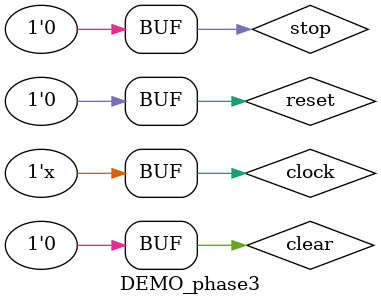
<source format=v>
`timescale 1ns/10ps

module DEMO_phase3();

reg clock, initmem;
reg [31:0] in;
reg clear, reset, stop;
reg start;

DataPath dp(.clock(clock), .IPortInput(in), .initMem(initmem), .reset(reset), .stop(stop));

initial begin 
	clock = 0; start = 0; 
	clear = 0;
	reset = 0;
	stop = 0;
end

always #10 clock = ~clock;



always @ (negedge clock) begin
	if(start == 0)begin
		start = 1;
		initmem = 1;
	end else initmem = 0;
end





endmodule 
</source>
